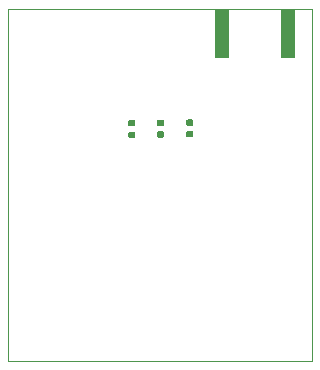
<source format=gbr>
%TF.GenerationSoftware,KiCad,Pcbnew,(5.1.4)-1*%
%TF.CreationDate,2019-10-27T14:05:37-07:00*%
%TF.ProjectId,spriteSAMD,73707269-7465-4534-914d-442e6b696361,rev?*%
%TF.SameCoordinates,Original*%
%TF.FileFunction,Paste,Bot*%
%TF.FilePolarity,Positive*%
%FSLAX46Y46*%
G04 Gerber Fmt 4.6, Leading zero omitted, Abs format (unit mm)*
G04 Created by KiCad (PCBNEW (5.1.4)-1) date 2019-10-27 14:05:37*
%MOMM*%
%LPD*%
G04 APERTURE LIST*
%ADD10C,0.100000*%
%ADD11C,0.539200*%
%ADD12R,1.299200X4.149200*%
G04 APERTURE END LIST*
D10*
X145999200Y-65938400D02*
X170408600Y-65938400D01*
X145999200Y-95707200D02*
X145999200Y-65938400D01*
X171704000Y-95707200D02*
X145999200Y-95707200D01*
X171704000Y-65938400D02*
X171704000Y-95707200D01*
X170408600Y-65938400D02*
X171704000Y-65938400D01*
G36*
X156637013Y-76314449D02*
G01*
X156650098Y-76316390D01*
X156662930Y-76319604D01*
X156675386Y-76324061D01*
X156687344Y-76329717D01*
X156698691Y-76336518D01*
X156709316Y-76344398D01*
X156719118Y-76353282D01*
X156728002Y-76363084D01*
X156735882Y-76373709D01*
X156742683Y-76385056D01*
X156748339Y-76397014D01*
X156752796Y-76409470D01*
X156756010Y-76422302D01*
X156757951Y-76435387D01*
X156758600Y-76448600D01*
X156758600Y-76718200D01*
X156757951Y-76731413D01*
X156756010Y-76744498D01*
X156752796Y-76757330D01*
X156748339Y-76769786D01*
X156742683Y-76781744D01*
X156735882Y-76793091D01*
X156728002Y-76803716D01*
X156719118Y-76813518D01*
X156709316Y-76822402D01*
X156698691Y-76830282D01*
X156687344Y-76837083D01*
X156675386Y-76842739D01*
X156662930Y-76847196D01*
X156650098Y-76850410D01*
X156637013Y-76852351D01*
X156623800Y-76853000D01*
X156304200Y-76853000D01*
X156290987Y-76852351D01*
X156277902Y-76850410D01*
X156265070Y-76847196D01*
X156252614Y-76842739D01*
X156240656Y-76837083D01*
X156229309Y-76830282D01*
X156218684Y-76822402D01*
X156208882Y-76813518D01*
X156199998Y-76803716D01*
X156192118Y-76793091D01*
X156185317Y-76781744D01*
X156179661Y-76769786D01*
X156175204Y-76757330D01*
X156171990Y-76744498D01*
X156170049Y-76731413D01*
X156169400Y-76718200D01*
X156169400Y-76448600D01*
X156170049Y-76435387D01*
X156171990Y-76422302D01*
X156175204Y-76409470D01*
X156179661Y-76397014D01*
X156185317Y-76385056D01*
X156192118Y-76373709D01*
X156199998Y-76363084D01*
X156208882Y-76353282D01*
X156218684Y-76344398D01*
X156229309Y-76336518D01*
X156240656Y-76329717D01*
X156252614Y-76324061D01*
X156265070Y-76319604D01*
X156277902Y-76316390D01*
X156290987Y-76314449D01*
X156304200Y-76313800D01*
X156623800Y-76313800D01*
X156637013Y-76314449D01*
X156637013Y-76314449D01*
G37*
D11*
X156464000Y-76583400D03*
D10*
G36*
X156637013Y-75344449D02*
G01*
X156650098Y-75346390D01*
X156662930Y-75349604D01*
X156675386Y-75354061D01*
X156687344Y-75359717D01*
X156698691Y-75366518D01*
X156709316Y-75374398D01*
X156719118Y-75383282D01*
X156728002Y-75393084D01*
X156735882Y-75403709D01*
X156742683Y-75415056D01*
X156748339Y-75427014D01*
X156752796Y-75439470D01*
X156756010Y-75452302D01*
X156757951Y-75465387D01*
X156758600Y-75478600D01*
X156758600Y-75748200D01*
X156757951Y-75761413D01*
X156756010Y-75774498D01*
X156752796Y-75787330D01*
X156748339Y-75799786D01*
X156742683Y-75811744D01*
X156735882Y-75823091D01*
X156728002Y-75833716D01*
X156719118Y-75843518D01*
X156709316Y-75852402D01*
X156698691Y-75860282D01*
X156687344Y-75867083D01*
X156675386Y-75872739D01*
X156662930Y-75877196D01*
X156650098Y-75880410D01*
X156637013Y-75882351D01*
X156623800Y-75883000D01*
X156304200Y-75883000D01*
X156290987Y-75882351D01*
X156277902Y-75880410D01*
X156265070Y-75877196D01*
X156252614Y-75872739D01*
X156240656Y-75867083D01*
X156229309Y-75860282D01*
X156218684Y-75852402D01*
X156208882Y-75843518D01*
X156199998Y-75833716D01*
X156192118Y-75823091D01*
X156185317Y-75811744D01*
X156179661Y-75799786D01*
X156175204Y-75787330D01*
X156171990Y-75774498D01*
X156170049Y-75761413D01*
X156169400Y-75748200D01*
X156169400Y-75478600D01*
X156170049Y-75465387D01*
X156171990Y-75452302D01*
X156175204Y-75439470D01*
X156179661Y-75427014D01*
X156185317Y-75415056D01*
X156192118Y-75403709D01*
X156199998Y-75393084D01*
X156208882Y-75383282D01*
X156218684Y-75374398D01*
X156229309Y-75366518D01*
X156240656Y-75359717D01*
X156252614Y-75354061D01*
X156265070Y-75349604D01*
X156277902Y-75346390D01*
X156290987Y-75344449D01*
X156304200Y-75343800D01*
X156623800Y-75343800D01*
X156637013Y-75344449D01*
X156637013Y-75344449D01*
G37*
D11*
X156464000Y-75613400D03*
D10*
G36*
X161539213Y-76263649D02*
G01*
X161552298Y-76265590D01*
X161565130Y-76268804D01*
X161577586Y-76273261D01*
X161589544Y-76278917D01*
X161600891Y-76285718D01*
X161611516Y-76293598D01*
X161621318Y-76302482D01*
X161630202Y-76312284D01*
X161638082Y-76322909D01*
X161644883Y-76334256D01*
X161650539Y-76346214D01*
X161654996Y-76358670D01*
X161658210Y-76371502D01*
X161660151Y-76384587D01*
X161660800Y-76397800D01*
X161660800Y-76667400D01*
X161660151Y-76680613D01*
X161658210Y-76693698D01*
X161654996Y-76706530D01*
X161650539Y-76718986D01*
X161644883Y-76730944D01*
X161638082Y-76742291D01*
X161630202Y-76752916D01*
X161621318Y-76762718D01*
X161611516Y-76771602D01*
X161600891Y-76779482D01*
X161589544Y-76786283D01*
X161577586Y-76791939D01*
X161565130Y-76796396D01*
X161552298Y-76799610D01*
X161539213Y-76801551D01*
X161526000Y-76802200D01*
X161206400Y-76802200D01*
X161193187Y-76801551D01*
X161180102Y-76799610D01*
X161167270Y-76796396D01*
X161154814Y-76791939D01*
X161142856Y-76786283D01*
X161131509Y-76779482D01*
X161120884Y-76771602D01*
X161111082Y-76762718D01*
X161102198Y-76752916D01*
X161094318Y-76742291D01*
X161087517Y-76730944D01*
X161081861Y-76718986D01*
X161077404Y-76706530D01*
X161074190Y-76693698D01*
X161072249Y-76680613D01*
X161071600Y-76667400D01*
X161071600Y-76397800D01*
X161072249Y-76384587D01*
X161074190Y-76371502D01*
X161077404Y-76358670D01*
X161081861Y-76346214D01*
X161087517Y-76334256D01*
X161094318Y-76322909D01*
X161102198Y-76312284D01*
X161111082Y-76302482D01*
X161120884Y-76293598D01*
X161131509Y-76285718D01*
X161142856Y-76278917D01*
X161154814Y-76273261D01*
X161167270Y-76268804D01*
X161180102Y-76265590D01*
X161193187Y-76263649D01*
X161206400Y-76263000D01*
X161526000Y-76263000D01*
X161539213Y-76263649D01*
X161539213Y-76263649D01*
G37*
D11*
X161366200Y-76532600D03*
D10*
G36*
X161539213Y-75293649D02*
G01*
X161552298Y-75295590D01*
X161565130Y-75298804D01*
X161577586Y-75303261D01*
X161589544Y-75308917D01*
X161600891Y-75315718D01*
X161611516Y-75323598D01*
X161621318Y-75332482D01*
X161630202Y-75342284D01*
X161638082Y-75352909D01*
X161644883Y-75364256D01*
X161650539Y-75376214D01*
X161654996Y-75388670D01*
X161658210Y-75401502D01*
X161660151Y-75414587D01*
X161660800Y-75427800D01*
X161660800Y-75697400D01*
X161660151Y-75710613D01*
X161658210Y-75723698D01*
X161654996Y-75736530D01*
X161650539Y-75748986D01*
X161644883Y-75760944D01*
X161638082Y-75772291D01*
X161630202Y-75782916D01*
X161621318Y-75792718D01*
X161611516Y-75801602D01*
X161600891Y-75809482D01*
X161589544Y-75816283D01*
X161577586Y-75821939D01*
X161565130Y-75826396D01*
X161552298Y-75829610D01*
X161539213Y-75831551D01*
X161526000Y-75832200D01*
X161206400Y-75832200D01*
X161193187Y-75831551D01*
X161180102Y-75829610D01*
X161167270Y-75826396D01*
X161154814Y-75821939D01*
X161142856Y-75816283D01*
X161131509Y-75809482D01*
X161120884Y-75801602D01*
X161111082Y-75792718D01*
X161102198Y-75782916D01*
X161094318Y-75772291D01*
X161087517Y-75760944D01*
X161081861Y-75748986D01*
X161077404Y-75736530D01*
X161074190Y-75723698D01*
X161072249Y-75710613D01*
X161071600Y-75697400D01*
X161071600Y-75427800D01*
X161072249Y-75414587D01*
X161074190Y-75401502D01*
X161077404Y-75388670D01*
X161081861Y-75376214D01*
X161087517Y-75364256D01*
X161094318Y-75352909D01*
X161102198Y-75342284D01*
X161111082Y-75332482D01*
X161120884Y-75323598D01*
X161131509Y-75315718D01*
X161142856Y-75308917D01*
X161154814Y-75303261D01*
X161167270Y-75298804D01*
X161180102Y-75295590D01*
X161193187Y-75293649D01*
X161206400Y-75293000D01*
X161526000Y-75293000D01*
X161539213Y-75293649D01*
X161539213Y-75293649D01*
G37*
D11*
X161366200Y-75562600D03*
D10*
G36*
X159050013Y-76289049D02*
G01*
X159063098Y-76290990D01*
X159075930Y-76294204D01*
X159088386Y-76298661D01*
X159100344Y-76304317D01*
X159111691Y-76311118D01*
X159122316Y-76318998D01*
X159132118Y-76327882D01*
X159141002Y-76337684D01*
X159148882Y-76348309D01*
X159155683Y-76359656D01*
X159161339Y-76371614D01*
X159165796Y-76384070D01*
X159169010Y-76396902D01*
X159170951Y-76409987D01*
X159171600Y-76423200D01*
X159171600Y-76692800D01*
X159170951Y-76706013D01*
X159169010Y-76719098D01*
X159165796Y-76731930D01*
X159161339Y-76744386D01*
X159155683Y-76756344D01*
X159148882Y-76767691D01*
X159141002Y-76778316D01*
X159132118Y-76788118D01*
X159122316Y-76797002D01*
X159111691Y-76804882D01*
X159100344Y-76811683D01*
X159088386Y-76817339D01*
X159075930Y-76821796D01*
X159063098Y-76825010D01*
X159050013Y-76826951D01*
X159036800Y-76827600D01*
X158717200Y-76827600D01*
X158703987Y-76826951D01*
X158690902Y-76825010D01*
X158678070Y-76821796D01*
X158665614Y-76817339D01*
X158653656Y-76811683D01*
X158642309Y-76804882D01*
X158631684Y-76797002D01*
X158621882Y-76788118D01*
X158612998Y-76778316D01*
X158605118Y-76767691D01*
X158598317Y-76756344D01*
X158592661Y-76744386D01*
X158588204Y-76731930D01*
X158584990Y-76719098D01*
X158583049Y-76706013D01*
X158582400Y-76692800D01*
X158582400Y-76423200D01*
X158583049Y-76409987D01*
X158584990Y-76396902D01*
X158588204Y-76384070D01*
X158592661Y-76371614D01*
X158598317Y-76359656D01*
X158605118Y-76348309D01*
X158612998Y-76337684D01*
X158621882Y-76327882D01*
X158631684Y-76318998D01*
X158642309Y-76311118D01*
X158653656Y-76304317D01*
X158665614Y-76298661D01*
X158678070Y-76294204D01*
X158690902Y-76290990D01*
X158703987Y-76289049D01*
X158717200Y-76288400D01*
X159036800Y-76288400D01*
X159050013Y-76289049D01*
X159050013Y-76289049D01*
G37*
D11*
X158877000Y-76558000D03*
D10*
G36*
X159050013Y-75319049D02*
G01*
X159063098Y-75320990D01*
X159075930Y-75324204D01*
X159088386Y-75328661D01*
X159100344Y-75334317D01*
X159111691Y-75341118D01*
X159122316Y-75348998D01*
X159132118Y-75357882D01*
X159141002Y-75367684D01*
X159148882Y-75378309D01*
X159155683Y-75389656D01*
X159161339Y-75401614D01*
X159165796Y-75414070D01*
X159169010Y-75426902D01*
X159170951Y-75439987D01*
X159171600Y-75453200D01*
X159171600Y-75722800D01*
X159170951Y-75736013D01*
X159169010Y-75749098D01*
X159165796Y-75761930D01*
X159161339Y-75774386D01*
X159155683Y-75786344D01*
X159148882Y-75797691D01*
X159141002Y-75808316D01*
X159132118Y-75818118D01*
X159122316Y-75827002D01*
X159111691Y-75834882D01*
X159100344Y-75841683D01*
X159088386Y-75847339D01*
X159075930Y-75851796D01*
X159063098Y-75855010D01*
X159050013Y-75856951D01*
X159036800Y-75857600D01*
X158717200Y-75857600D01*
X158703987Y-75856951D01*
X158690902Y-75855010D01*
X158678070Y-75851796D01*
X158665614Y-75847339D01*
X158653656Y-75841683D01*
X158642309Y-75834882D01*
X158631684Y-75827002D01*
X158621882Y-75818118D01*
X158612998Y-75808316D01*
X158605118Y-75797691D01*
X158598317Y-75786344D01*
X158592661Y-75774386D01*
X158588204Y-75761930D01*
X158584990Y-75749098D01*
X158583049Y-75736013D01*
X158582400Y-75722800D01*
X158582400Y-75453200D01*
X158583049Y-75439987D01*
X158584990Y-75426902D01*
X158588204Y-75414070D01*
X158592661Y-75401614D01*
X158598317Y-75389656D01*
X158605118Y-75378309D01*
X158612998Y-75367684D01*
X158621882Y-75357882D01*
X158631684Y-75348998D01*
X158642309Y-75341118D01*
X158653656Y-75334317D01*
X158665614Y-75328661D01*
X158678070Y-75324204D01*
X158690902Y-75320990D01*
X158703987Y-75319049D01*
X158717200Y-75318400D01*
X159036800Y-75318400D01*
X159050013Y-75319049D01*
X159050013Y-75319049D01*
G37*
D11*
X158877000Y-75588000D03*
D12*
X164078400Y-68046600D03*
X169728400Y-68046600D03*
M02*

</source>
